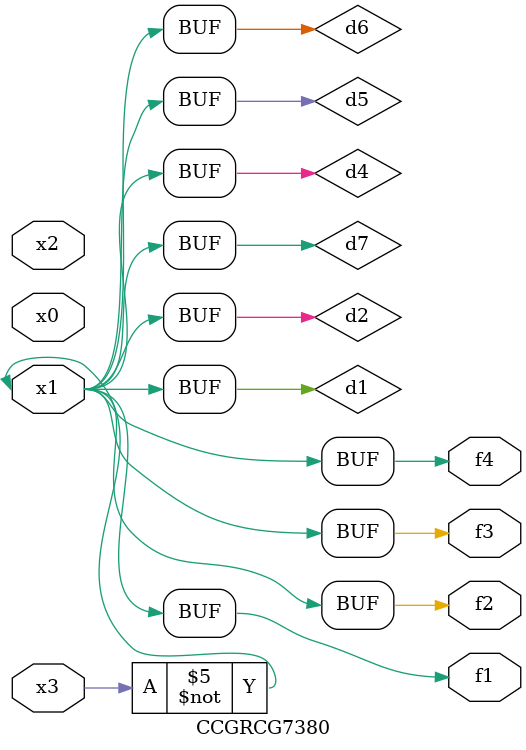
<source format=v>
module CCGRCG7380(
	input x0, x1, x2, x3,
	output f1, f2, f3, f4
);

	wire d1, d2, d3, d4, d5, d6, d7;

	not (d1, x3);
	buf (d2, x1);
	xnor (d3, d1, d2);
	nor (d4, d1);
	buf (d5, d1, d2);
	buf (d6, d4, d5);
	nand (d7, d4);
	assign f1 = d6;
	assign f2 = d7;
	assign f3 = d6;
	assign f4 = d6;
endmodule

</source>
